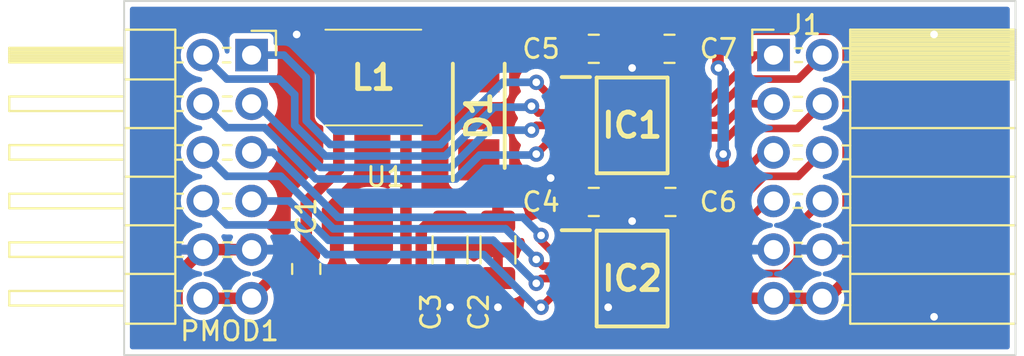
<source format=kicad_pcb>
(kicad_pcb (version 20211014) (generator pcbnew)
  (layers (0 "F.Cu" signal) (31 "B.Cu" signal) (34 "B.Paste" user) (35 "F.Paste" user) (36 "B.SilkS" user "B.Silkscreen") (37 "F.SilkS" user "F.Silkscreen") (38 "B.Mask" user) (39 "F.Mask" user) (44 "Edge.Cuts" user))
  (net 0 "")
  (net 1 "+3V3")
  (net 2 "GND")
  (net 3 "+5V")
  (net 4 "Net-(D1-Pad2)")
  (net 9 "/LV1")
  (net 10 "/LV2")
  (net 11 "/LV3")
  (net 12 "/LV4")
  (net 13 "/HV4")
  (net 14 "/HV3")
  (net 15 "/HV2")
  (net 16 "/HV1")
  (net 17 "/LV5")
  (net 18 "/LV6")
  (net 19 "/LV7")
  (net 20 "/LV8")
  (net 21 "/HV8")
  (net 22 "/HV7")
  (net 23 "/HV6")
  (net 24 "/HV5")
  (footprint "SamacSys_Parts:VLS5045EX330M" (layer "F.Cu") (at 143 90)
    (fp_text reference "L1" (at 0 0) (layer "F.SilkS") (effects (font (size 1.27 1.27) (thickness 0.254))))
    (fp_text value "VLS5045EX-330M" hide)
    (fp_line (start -2.5 2.5) (end 2.54 2.5) (layer "F.SilkS") (width 0.1))
    (fp_line (start -2.5 -2.5) (end 2.5 -2.5) (layer "F.SilkS") (width 0.1))
    (pad "1" smd rect locked (at -1.8 0) (size 1.5 4) (layers "F.Cu" "F.Paste" "F.Mask") (net 1 "+3V3"))
    (pad "2" smd rect locked (at 1.8 0) (size 1.5 4) (layers "F.Cu" "F.Paste" "F.Mask") (net 4 "Net-(D1-Pad2)"))
  )
  (footprint "Capacitor_SMD:C_0805_2012Metric" (layer "F.Cu") (at 154.5 96.5)
    (fp_text reference "C4" (at -2.75 0) (layer "F.SilkS"))
    (fp_text value "0.1u")
    (fp_line (start -0.261252 -0.735) (end 0.261252 -0.735) (layer "F.SilkS") (width 0.12))
    (fp_line (start -0.261252 0.735) (end 0.261252 0.735) (layer "F.SilkS") (width 0.12))
    (pad "1" smd roundrect (at -0.95 0) (size 1 1.45) (layers "F.Cu" "F.Paste" "F.Mask") (net 1 "+3V3"))
    (pad "2" smd roundrect (at 0.95 0) (size 1 1.45) (layers "F.Cu" "F.Paste" "F.Mask") (net 2 "GND"))
  )
  (footprint "Capacitor_SMD:C_0805_2012Metric" (layer "F.Cu") (at 139.5 100 -90)
    (fp_text reference "C1" (at -2.75 0 90) (layer "F.SilkS"))
    (fp_text value "1u")
    (fp_line (start -0.261252 -0.735) (end 0.261252 -0.735) (layer "F.SilkS") (width 0.12))
    (fp_line (start -0.261252 0.735) (end 0.261252 0.735) (layer "F.SilkS") (width 0.12))
    (pad "1" smd roundrect (at -0.95 0 270) (size 1 1.45) (layers "F.Cu" "F.Paste" "F.Mask") (net 1 "+3V3"))
    (pad "2" smd roundrect (at 0.95 0 270) (size 1 1.45) (layers "F.Cu" "F.Paste" "F.Mask") (net 2 "GND"))
  )
  (footprint "Capacitor_SMD:C_0805_2012Metric" (layer "F.Cu") (at 154.5 88.5)
    (fp_text reference "C5" (at -2.75 0) (layer "F.SilkS"))
    (fp_text value "0.1u")
    (fp_line (start -0.261252 0.735) (end 0.261252 0.735) (layer "F.SilkS") (width 0.12))
    (fp_line (start -0.261252 -0.735) (end 0.261252 -0.735) (layer "F.SilkS") (width 0.12))
    (pad "1" smd roundrect (at -0.95 0) (size 1 1.45) (layers "F.Cu" "F.Paste" "F.Mask") (net 1 "+3V3"))
    (pad "2" smd roundrect (at 0.95 0) (size 1 1.45) (layers "F.Cu" "F.Paste" "F.Mask") (net 2 "GND"))
  )
  (footprint "SamacSys_Parts:DIOM5427X315N" (layer "F.Cu") (at 148.5 92 90)
    (fp_text reference "D1" (at 0 0 90) (layer "F.SilkS") (effects (font (size 1.27 1.27) (thickness 0.254))))
    (fp_text value "SS24-TP" hide)
    (fp_line (start -2.725 1.352) (end 2.725 1.352) (layer "F.SilkS") (width 0.2))
    (fp_line (start 2.725 -1.352) (end -3.375 -1.352) (layer "F.SilkS") (width 0.2))
    (pad "1" smd rect locked (at -2.3 0 180) (size 2.15 2.15) (layers "F.Cu" "F.Paste" "F.Mask") (net 3 "+5V"))
    (pad "2" smd rect locked (at 2.3 0 180) (size 2.15 2.15) (layers "F.Cu" "F.Paste" "F.Mask") (net 4 "Net-(D1-Pad2)"))
  )
  (footprint "ME2108A:SOT89" (layer "F.Cu") (at 143 99)
    (fp_text reference "U1" (at 0.635 -3.81) (layer "F.SilkS"))
    (fp_text value "ME2108A")
    (pad "1" smd rect locked (at -1.499 1.981) (size 0.8 1.4) (layers "F.Cu" "F.Paste" "F.Mask") (net 2 "GND"))
    (pad "2" smd custom locked (at 0 1.727) (size 0.8 1.9) (layers "F.Cu") (net 3 "+5V") (options (clearance outline) (anchor rect)) (primitives (gr_poly (pts (xy 0.25 0.323) (xy -0.25 0.323) (xy -0.25 -0.977) (xy -0.283 -0.978) (xy -0.315 -0.98) (xy -0.348 -0.985) (xy -0.38 -0.991) (xy -0.412 -0.998) (xy -0.443 -1.008) (xy -0.474 -1.019) (xy -0.504 -1.031) (xy -0.534 -1.045) (xy -0.562 -1.061) (xy -0.59 -1.078) (xy -0.617 -1.096) (xy -0.643 -1.116) (xy -0.668 -1.138) (xy -0.692 -1.16) (xy -0.714 -1.184) (xy -0.736 -1.209) (xy -0.756 -1.235) (xy -0.774 -1.262) (xy -0.791 -1.29) (xy -0.807 -1.318) (xy -0.821 -1.348) (xy -0.833 -1.378) (xy -0.844 -1.409) (xy -0.854 -1.44) (xy -0.861 -1.472) (xy -0.867 -1.504) (xy -0.872 -1.537) (xy -0.874 -1.569) (xy -0.875 -1.602) (xy -0.875 -3.777) (xy -0.872 -3.814) (xy -0.867 -3.846) (xy -0.86 -3.878) (xy -0.852 -3.909) (xy -0.843 -3.939) (xy -0.831 -3.969) (xy -0.819 -3.999) (xy -0.804 -4.028) (xy -0.788 -4.056) (xy -0.771 -4.083) (xy -0.753 -4.109) (xy -0.733 -4.134) (xy -0.711 -4.158) (xy -0.689 -4.181) (xy -0.665 -4.203) (xy -0.64 -4.223) (xy -0.614 -4.242) (xy -0.588 -4.26) (xy -0.56 -4.276) (xy -0.532 -4.291) (xy -0.502 -4.304) (xy -0.472 -4.316) (xy -0.442 -4.326) (xy -0.411 -4.335) (xy -0.38 -4.342) (xy -0.348 -4.347) (xy -0.316 -4.351) (xy -0.284 -4.353) (xy -0.252 -4.353) (xy -0.225 -4.352) (xy 0.25 -4.352) (xy 0.284 -4.352) (xy 0.316 -4.35) (xy 0.348 -4.346) (xy 0.379 -4.341) (xy 0.411 -4.334) (xy 0.442 -4.325) (xy 0.472 -4.315) (xy 0.502 -4.303) (xy 0.531 -4.29) (xy 0.56 -4.275) (xy 0.587 -4.259) (xy 0.614 -4.241) (xy 0.64 -4.222) (xy 0.664 -4.202) (xy 0.688 -4.18) (xy 0.711 -4.157) (xy 0.732 -4.133) (xy 0.752 -4.108) (xy 0.77 -4.082) (xy 0.788 -4.055) (xy 0.803 -4.027) (xy 0.818 -3.998) (xy 0.831 -3.969) (xy 0.842 -3.939) (xy 0.851 -3.908) (xy 0.859 -3.877) (xy 0.866 -3.846) (xy 0.871 -3.814) (xy 0.874 -3.782) (xy 0.875 -3.752) (xy 0.875 -1.602) (xy 0.874 -1.569) (xy 0.872 -1.537) (xy 0.867 -1.504) (xy 0.861 -1.472) (xy 0.854 -1.44) (xy 0.844 -1.409) (xy 0.833 -1.378) (xy 0.821 -1.348) (xy 0.807 -1.318) (xy 0.791 -1.29) (xy 0.774 -1.262) (xy 0.756 -1.235) (xy 0.736 -1.209) (xy 0.714 -1.184) (xy 0.692 -1.16) (xy 0.668 -1.138) (xy 0.643 -1.116) (xy 0.617 -1.096) (xy 0.59 -1.078) (xy 0.563 -1.061) (xy 0.534 -1.045) (xy 0.504 -1.031) (xy 0.474 -1.019) (xy 0.443 -1.008) (xy 0.412 -0.998) (xy 0.38 -0.991) (xy 0.348 -0.985) (xy 0.315 -0.98) (xy 0.283 -0.978) (xy 0.25 -0.977) (xy 0.25 0.323)) (width 0.3) (fill yes))))
    (pad "3" smd rect locked (at 1.499 1.981) (size 0.8 1.4) (layers "F.Cu" "F.Paste" "F.Mask") (net 4 "Net-(D1-Pad2)"))
  )
  (footprint "Capacitor_SMD:C_0805_2012Metric" (layer "F.Cu") (at 158.5 96.5 180)
    (fp_text reference "C6" (at -2.5 0) (layer "F.SilkS"))
    (fp_text value "0.1u")
    (fp_line (start -0.261252 0.735) (end 0.261252 0.735) (layer "F.SilkS") (width 0.12))
    (fp_line (start -0.261252 -0.735) (end 0.261252 -0.735) (layer "F.SilkS") (width 0.12))
    (pad "1" smd roundrect (at -0.95 0 180) (size 1 1.45) (layers "F.Cu" "F.Paste" "F.Mask") (net 3 "+5V"))
    (pad "2" smd roundrect (at 0.95 0 180) (size 1 1.45) (layers "F.Cu" "F.Paste" "F.Mask") (net 2 "GND"))
  )
  (footprint "Capacitor_SMD:C_1206_3216Metric" (layer "F.Cu") (at 147 99 -90)
    (fp_text reference "C3" (at 3.25 1 90) (layer "F.SilkS"))
    (fp_text value "47u")
    (fp_line (start -0.711252 0.91) (end 0.711252 0.91) (layer "F.SilkS") (width 0.12))
    (fp_line (start -0.711252 -0.91) (end 0.711252 -0.91) (layer "F.SilkS") (width 0.12))
    (pad "1" smd roundrect (at -1.475 0 270) (size 1.15 1.8) (layers "F.Cu" "F.Paste" "F.Mask") (roundrect_rratio 0.2173913043) (net 3 "+5V"))
    (pad "2" smd roundrect (at 1.475 0 270) (size 1.15 1.8) (layers "F.Cu" "F.Paste" "F.Mask") (roundrect_rratio 0.2173913043) (net 2 "GND"))
  )
  (footprint "pmod-conn_6x2:pmod_6x2_pin" (layer "F.Cu") (at 136.65 88.83)
    (fp_text reference "PMOD1" (at -1.15 14.42 unlocked) (layer "F.SilkS"))
    (fp_text value "PMOD-Device-x2-Type-1A-GPIO" hide)
    (fp_line (start -3.98 3.81) (end -6.64 3.81) (layer "F.SilkS") (width 0.12))
    (fp_line (start -3.582929 7.24) (end -3.98 7.24) (layer "F.SilkS") (width 0.12))
    (fp_line (start -1.042929 8) (end -1.497071 8) (layer "F.SilkS") (width 0.12))
    (fp_line (start -3.98 6.35) (end -6.64 6.35) (layer "F.SilkS") (width 0.12))
    (fp_line (start -3.98 1.27) (end -6.64 1.27) (layer "F.SilkS") (width 0.12))
    (fp_line (start -3.582929 4.7) (end -3.98 4.7) (layer "F.SilkS") (width 0.12))
    (fp_line (start -6.64 12.32) (end -12.64 12.32) (layer "F.SilkS") (width 0.12))
    (fp_line (start -3.98 -1.33) (end -3.98 14.03) (layer "F.SilkS") (width 0.12))
    (fp_line (start -1.11 0.38) (end -1.497071 0.38) (layer "F.SilkS") (width 0.12))
    (fp_line (start -1.11 -0.38) (end -1.497071 -0.38) (layer "F.SilkS") (width 0.12))
    (fp_line (start -1.042929 13.08) (end -1.497071 13.08) (layer "F.SilkS") (width 0.12))
    (fp_line (start -3.98 14.03) (end -6.64 14.03) (layer "F.SilkS") (width 0.12))
    (fp_line (start -6.64 -1.33) (end -3.98 -1.33) (layer "F.SilkS") (width 0.12))
    (fp_line (start -6.64 0.28) (end -12.64 0.28) (layer "F.SilkS") (width 0.12))
    (fp_line (start -12.64 0.38) (end -6.64 0.38) (layer "F.SilkS") (width 0.12))
    (fp_line (start -3.582929 5.46) (end -3.98 5.46) (layer "F.SilkS") (width 0.12))
    (fp_line (start -1.042929 5.46) (end -1.497071 5.46) (layer "F.SilkS") (width 0.12))
    (fp_line (start 1.27 0) (end 1.27 -1.27) (layer "F.SilkS") (width 0.12))
    (fp_line (start -12.64 13.08) (end -6.64 13.08) (layer "F.SilkS") (width 0.12))
    (fp_line (start -1.042929 4.7) (end -1.497071 4.7) (layer "F.SilkS") (width 0.12))
    (fp_line (start -3.98 11.43) (end -6.64 11.43) (layer "F.SilkS") (width 0.12))
    (fp_line (start -6.64 14.03) (end -6.64 -1.33) (layer "F.SilkS") (width 0.12))
    (fp_line (start -6.64 -0.32) (end -12.64 -0.32) (layer "F.SilkS") (width 0.12))
    (fp_line (start -12.64 4.7) (end -12.64 5.46) (layer "F.SilkS") (width 0.12))
    (fp_line (start -6.64 -0.2) (end -12.64 -0.2) (layer "F.SilkS") (width 0.12))
    (fp_line (start -3.582929 12.32) (end -3.98 12.32) (layer "F.SilkS") (width 0.12))
    (fp_line (start -1.042929 2.16) (end -1.497071 2.16) (layer "F.SilkS") (width 0.12))
    (fp_line (start -6.64 4.7) (end -12.64 4.7) (layer "F.SilkS") (width 0.12))
    (fp_line (start -6.64 0.04) (end -12.64 0.04) (layer "F.SilkS") (width 0.12))
    (fp_line (start -12.64 8) (end -6.64 8) (layer "F.SilkS") (width 0.12))
    (fp_line (start -12.64 10.54) (end -6.64 10.54) (layer "F.SilkS") (width 0.12))
    (fp_line (start -3.582929 8) (end -3.98 8) (layer "F.SilkS") (width 0.12))
    (fp_line (start -1.042929 10.54) (end -1.497071 10.54) (layer "F.SilkS") (width 0.12))
    (fp_line (start 1.27 -1.27) (end 0 -1.27) (layer "F.SilkS") (width 0.12))
    (fp_line (start -1.042929 7.24) (end -1.497071 7.24) (layer "F.SilkS") (width 0.12))
    (fp_line (start -3.582929 2.16) (end -3.98 2.16) (layer "F.SilkS") (width 0.12))
    (fp_line (start -12.64 2.16) (end -12.64 2.92) (layer "F.SilkS") (width 0.12))
    (fp_line (start -12.64 5.46) (end -6.64 5.46) (layer "F.SilkS") (width 0.12))
    (fp_line (start -12.64 -0.38) (end -12.64 0.38) (layer "F.SilkS") (width 0.12))
    (fp_line (start -6.64 2.16) (end -12.64 2.16) (layer "F.SilkS") (width 0.12))
    (fp_line (start -3.582929 13.08) (end -3.98 13.08) (layer "F.SilkS") (width 0.12))
    (fp_line (start -3.582929 9.78) (end -3.98 9.78) (layer "F.SilkS") (width 0.12))
    (fp_line (start -1.042929 9.78) (end -1.497071 9.78) (layer "F.SilkS") (width 0.12))
    (fp_line (start -1.042929 2.92) (end -1.497071 2.92) (layer "F.SilkS") (width 0.12))
    (fp_line (start -6.64 0.16) (end -12.64 0.16) (layer "F.SilkS") (width 0.12))
    (fp_line (start -3.98 8.89) (end -6.64 8.89) (layer "F.SilkS") (width 0.12))
    (fp_line (start -6.64 -0.38) (end -12.64 -0.38) (layer "F.SilkS") (width 0.12))
    (fp_line (start -3.582929 10.54) (end -3.98 10.54) (layer "F.SilkS") (width 0.12))
    (fp_line (start -3.582929 2.92) (end -3.98 2.92) (layer "F.SilkS") (width 0.12))
    (fp_line (start -12.64 2.92) (end -6.64 2.92) (layer "F.SilkS") (width 0.12))
    (fp_line (start -12.64 12.32) (end -12.64 13.08) (layer "F.SilkS") (width 0.12))
    (fp_line (start -12.64 9.78) (end -12.64 10.54) (layer "F.SilkS") (width 0.12))
    (fp_line (start -3.582929 0.38) (end -3.98 0.38) (layer "F.SilkS") (width 0.12))
    (fp_line (start -1.042929 12.32) (end -1.497071 12.32) (layer "F.SilkS") (width 0.12))
    (fp_line (start -12.64 7.24) (end -12.64 8) (layer "F.SilkS") (width 0.12))
    (fp_line (start -6.64 7.24) (end -12.64 7.24) (layer "F.SilkS") (width 0.12))
    (fp_line (start -6.64 9.78) (end -12.64 9.78) (layer "F.SilkS") (width 0.12))
    (fp_line (start -6.64 -0.08) (end -12.64 -0.08) (layer "F.SilkS") (width 0.12))
    (fp_line (start -3.582929 -0.38) (end -3.98 -0.38) (layer "F.SilkS") (width 0.12))
    (pad "1" thru_hole rect (at 0 0) (size 1.7 1.7) (drill 1) (layers *.Cu *.Mask) (net 9 "/LV1"))
    (pad "2" thru_hole oval (at 0 2.54) (size 1.7 1.7) (drill 1) (layers *.Cu *.Mask) (net 11 "/LV3"))
    (pad "3" thru_hole oval (at 0 5.08) (size 1.7 1.7) (drill 1) (layers *.Cu *.Mask) (net 17 "/LV5"))
    (pad "4" thru_hole oval (at 0 7.62) (size 1.7 1.7) (drill 1) (layers *.Cu *.Mask) (net 19 "/LV7"))
    (pad "5" thru_hole oval (at 0 10.16) (size 1.7 1.7) (drill 1) (layers *.Cu *.Mask) (net 2 "GND"))
    (pad "6" thru_hole oval (at 0 12.7) (size 1.7 1.7) (drill 1) (layers *.Cu *.Mask) (net 1 "+3V3"))
    (pad "7" thru_hole oval (at -2.54 0) (size 1.7 1.7) (drill 1) (layers *.Cu *.Mask) (net 10 "/LV2"))
    (pad "8" thru_hole oval (at -2.54 2.54) (size 1.7 1.7) (drill 1) (layers *.Cu *.Mask) (net 12 "/LV4"))
    (pad "9" thru_hole oval (at -2.54 5.08) (size 1.7 1.7) (drill 1) (layers *.Cu *.Mask) (net 18 "/LV6"))
    (pad "10" thru_hole oval (at -2.54 7.62) (size 1.7 1.7) (drill 1) (layers *.Cu *.Mask) (net 20 "/LV8"))
    (pad "11" thru_hole oval (at -2.54 10.16) (size 1.7 1.7) (drill 1) (layers *.Cu *.Mask) (net 2 "GND"))
    (pad "12" thru_hole oval (at -2.54 12.7) (size 1.7 1.7) (drill 1) (layers *.Cu *.Mask) (net 1 "+3V3"))
  )
  (footprint "SamacSys_Parts:SOP65P640X110-14N" (layer "F.Cu") (at 156.5 92.5)
    (fp_text reference "IC1" (at 0 0) (layer "F.SilkS") (effects (font (size 1.27 1.27) (thickness 0.254))))
    (fp_text value "NXS0104PWJ" hide)
    (fp_line (start 1.85 2.5) (end -1.85 2.5) (layer "F.SilkS") (width 0.2))
    (fp_line (start -3.675 -2.525) (end -2.2 -2.525) (layer "F.SilkS") (width 0.2))
    (fp_line (start -1.85 -2.5) (end 1.85 -2.5) (layer "F.SilkS") (width 0.2))
    (fp_line (start 1.85 -2.5) (end 1.85 2.5) (layer "F.SilkS") (width 0.2))
    (fp_line (start -1.85 2.5) (end -1.85 -2.5) (layer "F.SilkS") (width 0.2))
    (pad "1" smd rect locked (at -2.938 -1.95 90) (size 0.45 1.475) (layers "F.Cu" "F.Paste" "F.Mask") (net 1 "+3V3"))
    (pad "2" smd rect locked (at -2.938 -1.3 90) (size 0.45 1.475) (layers "F.Cu" "F.Paste" "F.Mask") (net 9 "/LV1"))
    (pad "3" smd rect locked (at -2.938 -0.65 90) (size 0.45 1.475) (layers "F.Cu" "F.Paste" "F.Mask") (net 10 "/LV2"))
    (pad "4" smd rect locked (at -2.938 0 90) (size 0.45 1.475) (layers "F.Cu" "F.Paste" "F.Mask") (net 11 "/LV3"))
    (pad "5" smd rect locked (at -2.938 0.65 90) (size 0.45 1.475) (layers "F.Cu" "F.Paste" "F.Mask") (net 12 "/LV4"))
    (pad "6" smd rect locked (at -2.938 1.3 90) (size 0.45 1.475) (layers "F.Cu" "F.Paste" "F.Mask"))
    (pad "7" smd rect locked (at -2.938 1.95 90) (size 0.45 1.475) (layers "F.Cu" "F.Paste" "F.Mask") (net 2 "GND"))
    (pad "8" smd rect locked (at 2.938 1.95 90) (size 0.45 1.475) (layers "F.Cu" "F.Paste" "F.Mask") (net 1 "+3V3"))
    (pad "9" smd rect locked (at 2.938 1.3 90) (size 0.45 1.475) (layers "F.Cu" "F.Paste" "F.Mask"))
    (pad "10" smd rect locked (at 2.938 0.65 90) (size 0.45 1.475) (layers "F.Cu" "F.Paste" "F.Mask") (net 13 "/HV4"))
    (pad "11" smd rect locked (at 2.938 0 90) (size 0.45 1.475) (layers "F.Cu" "F.Paste" "F.Mask") (net 14 "/HV3"))
    (pad "12" smd rect locked (at 2.938 -0.65 90) (size 0.45 1.475) (layers "F.Cu" "F.Paste" "F.Mask") (net 15 "/HV2"))
    (pad "13" smd rect locked (at 2.938 -1.3 90) (size 0.45 1.475) (layers "F.Cu" "F.Paste" "F.Mask") (net 16 "/HV1"))
    (pad "14" smd rect locked (at 2.938 -1.95 90) (size 0.45 1.475) (layers "F.Cu" "F.Paste" "F.Mask") (net 3 "+5V"))
  )
  (footprint "pmod-conn_6x2:pmod_6x2_socket" (layer "F.Cu") (at 163.875 88.83)
    (fp_text reference "J1" (at 1.625 -1.58 unlocked) (layer "F.SilkS"))
    (fp_text value "PMOD_6x2_socket" hide)
    (fp_line (start 1.49 -0.36) (end 1.11 -0.36) (layer "F.SilkS") (width 0.12))
    (fp_line (start 1.49 12.34) (end 1.05 12.34) (layer "F.SilkS") (width 0.12))
    (fp_line (start 12.63 8.89) (end 4 8.89) (layer "F.SilkS") (width 0.12))
    (fp_line (start 12.63 0.797615) (end 4 0.797615) (layer "F.SilkS") (width 0.12))
    (fp_line (start 4 10.52) (end 3.59 10.52) (layer "F.SilkS") (width 0.12))
    (fp_line (start 12.63 -0.147145) (end 4 -0.147145) (layer "F.SilkS") (width 0.12))
    (fp_line (start 4 2.18) (end 3.59 2.18) (layer "F.SilkS") (width 0.12))
    (fp_line (start 4 5.44) (end 3.59 5.44) (layer "F.SilkS") (width 0.12))
    (fp_line (start 4 12.34) (end 3.59 12.34) (layer "F.SilkS") (width 0.12))
    (fp_line (start 12.63 -0.26524) (end 4 -0.26524) (layer "F.SilkS") (width 0.12))
    (fp_line (start 12.63 -0.50143) (end 4 -0.50143) (layer "F.SilkS") (width 0.12))
    (fp_line (start 12.63 1.1519) (end 4 1.1519) (layer "F.SilkS") (width 0.12))
    (fp_line (start 0 -1.33) (end -1.11 -1.33) (layer "F.SilkS") (width 0.12))
    (fp_line (start 12.63 0.44333) (end 4 0.44333) (layer "F.SilkS") (width 0.12))
    (fp_line (start 12.63 -0.02905) (end 4 -0.02905) (layer "F.SilkS") (width 0.12))
    (fp_line (start 4 9.8) (end 3.59 9.8) (layer "F.SilkS") (width 0.12))
    (fp_line (start -1.11 -1.33) (end -1.11 0) (layer "F.SilkS") (width 0.12))
    (fp_line (start 4 7.26) (end 3.59 7.26) (layer "F.SilkS") (width 0.12))
    (fp_line (start 4 13.06) (end 3.59 13.06) (layer "F.SilkS") (width 0.12))
    (fp_line (start 12.63 0.67952) (end 4 0.67952) (layer "F.SilkS") (width 0.12))
    (fp_line (start 12.63 0.91571) (end 4 0.91571) (layer "F.SilkS") (width 0.12))
    (fp_line (start 12.63 -0.97381) (end 4 -0.97381) (layer "F.SilkS") (width 0.12))
    (fp_line (start 1.49 7.98) (end 1.05 7.98) (layer "F.SilkS") (width 0.12))
    (fp_line (start 1.49 9.8) (end 1.05 9.8) (layer "F.SilkS") (width 0.12))
    (fp_line (start 12.63 -0.619525) (end 4 -0.619525) (layer "F.SilkS") (width 0.12))
    (fp_line (start 1.49 7.26) (end 1.05 7.26) (layer "F.SilkS") (width 0.12))
    (fp_line (start 4 7.98) (end 3.59 7.98) (layer "F.SilkS") (width 0.12))
    (fp_line (start 1.49 4.72) (end 1.05 4.72) (layer "F.SilkS") (width 0.12))
    (fp_line (start 12.63 -1.33) (end 4 -1.33) (layer "F.SilkS") (width 0.12))
    (fp_line (start 1.49 2.9) (end 1.05 2.9) (layer "F.SilkS") (width 0.12))
    (fp_line (start 12.63 -0.383335) (end 4 -0.383335) (layer "F.SilkS") (width 0.12))
    (fp_line (start 12.63 0.20714) (end 4 0.20714) (layer "F.SilkS") (width 0.12))
    (fp_line (start 12.63 0.089045) (end 4 0.089045) (layer "F.SilkS") (width 0.12))
    (fp_line (start 12.63 0.325235) (end 4 0.325235) (layer "F.SilkS") (width 0.12))
    (fp_line (start 4 4.72) (end 3.59 4.72) (layer "F.SilkS") (width 0.12))
    (fp_line (start 12.63 11.43) (end 4 11.43) (layer "F.SilkS") (width 0.12))
    (fp_line (start 1.49 2.18) (end 1.05 2.18) (layer "F.SilkS") (width 0.12))
    (fp_line (start 4 -1.33) (end 4 14.03) (layer "F.SilkS") (width 0.12))
    (fp_line (start 12.63 -0.855715) (end 4 -0.855715) (layer "F.SilkS") (width 0.12))
    (fp_line (start 12.63 3.81) (end 4 3.81) (layer "F.SilkS") (width 0.12))
    (fp_line (start 1.49 0.36) (end 1.11 0.36) (layer "F.SilkS") (width 0.12))
    (fp_line (start 12.63 1.27) (end 4 1.27) (layer "F.SilkS") (width 0.12))
    (fp_line (start 4 -0.36) (end 3.59 -0.36) (layer "F.SilkS") (width 0.12))
    (fp_line (start 12.63 -1.21) (end 4 -1.21) (layer "F.SilkS") (width 0.12))
    (fp_line (start 12.63 0.561425) (end 4 0.561425) (layer "F.SilkS") (width 0.12))
    (fp_line (start 1.49 5.44) (end 1.05 5.44) (layer "F.SilkS") (width 0.12))
    (fp_line (start 12.63 6.35) (end 4 6.35) (layer "F.SilkS") (width 0.12))
    (fp_line (start 12.63 -1.33) (end 12.63 14.03) (layer "F.SilkS") (width 0.12))
    (fp_line (start 4 2.9) (end 3.59 2.9) (layer "F.SilkS") (width 0.12))
    (fp_line (start 12.63 1.033805) (end 4 1.033805) (layer "F.SilkS") (width 0.12))
    (fp_line (start 1.49 10.52) (end 1.05 10.52) (layer "F.SilkS") (width 0.12))
    (fp_line (start 4 0.36) (end 3.59 0.36) (layer "F.SilkS") (width 0.12))
    (fp_line (start 1.49 13.06) (end 1.05 13.06) (layer "F.SilkS") (width 0.12))
    (fp_line (start 12.63 -0.73762) (end 4 -0.73762) (layer "F.SilkS") (width 0.12))
    (fp_line (start 12.63 -1.091905) (end 4 -1.091905) (layer "F.SilkS") (width 0.12))
    (fp_line (start 12.63 14.03) (end 4 14.03) (layer "F.SilkS") (width 0.12))
    (pad "1" thru_hole rect (at 0 0) (size 1.7 1.7) (drill 1) (layers *.Cu *.Mask) (net 16 "/HV1"))
    (pad "2" thru_hole oval (at 0 2.54) (size 1.7 1.7) (drill 1) (layers *.Cu *.Mask) (net 14 "/HV3"))
    (pad "3" thru_hole oval (at 0 5.08) (size 1.7 1.7) (drill 1) (layers *.Cu *.Mask) (net 24 "/HV5"))
    (pad "4" thru_hole oval (at 0 7.62) (size 1.7 1.7) (drill 1) (layers *.Cu *.Mask) (net 22 "/HV7"))
    (pad "5" thru_hole oval (at 0 10.16) (size 1.7 1.7) (drill 1) (layers *.Cu *.Mask) (net 2 "GND"))
    (pad "6" thru_hole oval (at 0 12.7) (size 1.7 1.7) (drill 1) (layers *.Cu *.Mask) (net 3 "+5V"))
    (pad "7" thru_hole oval (at 2.54 0) (size 1.7 1.7) (drill 1) (layers *.Cu *.Mask) (net 15 "/HV2"))
    (pad "8" thru_hole oval (at 2.54 2.54) (size 1.7 1.7) (drill 1) (layers *.Cu *.Mask) (net 13 "/HV4"))
    (pad "9" thru_hole oval (at 2.54 5.08) (size 1.7 1.7) (drill 1) (layers *.Cu *.Mask) (net 23 "/HV6"))
    (pad "10" thru_hole oval (at 2.54 7.62) (size 1.7 1.7) (drill 1) (layers *.Cu *.Mask) (net 21 "/HV8"))
    (pad "11" thru_hole oval (at 2.54 10.16) (size 1.7 1.7) (drill 1) (layers *.Cu *.Mask) (net 2 "GND"))
    (pad "12" thru_hole oval (at 2.54 12.7) (size 1.7 1.7) (drill 1) (layers *.Cu *.Mask) (net 3 "+5V"))
  )
  (footprint "SamacSys_Parts:SOP65P640X110-14N" (layer "F.Cu") (at 156.5 100.5)
    (fp_text reference "IC2" (at 0 0) (layer "F.SilkS") (effects (font (size 1.27 1.27) (thickness 0.254))))
    (fp_text value "NXS0104PWJ" hide)
    (fp_line (start -1.85 -2.5) (end 1.85 -2.5) (layer "F.SilkS") (width 0.2))
    (fp_line (start -3.675 -2.525) (end -2.2 -2.525) (layer "F.SilkS") (width 0.2))
    (fp_line (start 1.85 -2.5) (end 1.85 2.5) (layer "F.SilkS") (width 0.2))
    (fp_line (start 1.85 2.5) (end -1.85 2.5) (layer "F.SilkS") (width 0.2))
    (fp_line (start -1.85 2.5) (end -1.85 -2.5) (layer "F.SilkS") (width 0.2))
    (pad "1" smd rect locked (at -2.938 -1.95 90) (size 0.45 1.475) (layers "F.Cu" "F.Paste" "F.Mask") (net 1 "+3V3"))
    (pad "2" smd rect locked (at -2.938 -1.3 90) (size 0.45 1.475) (layers "F.Cu" "F.Paste" "F.Mask") (net 17 "/LV5"))
    (pad "3" smd rect locked (at -2.938 -0.65 90) (size 0.45 1.475) (layers "F.Cu" "F.Paste" "F.Mask") (net 18 "/LV6"))
    (pad "4" smd rect locked (at -2.938 0 90) (size 0.45 1.475) (layers "F.Cu" "F.Paste" "F.Mask") (net 19 "/LV7"))
    (pad "5" smd rect locked (at -2.938 0.65 90) (size 0.45 1.475) (layers "F.Cu" "F.Paste" "F.Mask") (net 20 "/LV8"))
    (pad "6" smd rect locked (at -2.938 1.3 90) (size 0.45 1.475) (layers "F.Cu" "F.Paste" "F.Mask"))
    (pad "7" smd rect locked (at -2.938 1.95 90) (size 0.45 1.475) (layers "F.Cu" "F.Paste" "F.Mask") (net 2 "GND"))
    (pad "8" smd rect locked (at 2.938 1.95 90) (size 0.45 1.475) (layers "F.Cu" "F.Paste" "F.Mask") (net 1 "+3V3"))
    (pad "9" smd rect locked (at 2.938 1.3 90) (size 0.45 1.475) (layers "F.Cu" "F.Paste" "F.Mask"))
    (pad "10" smd rect locked (at 2.938 0.65 90) (size 0.45 1.475) (layers "F.Cu" "F.Paste" "F.Mask") (net 21 "/HV8"))
    (pad "11" smd rect locked (at 2.938 0 90) (size 0.45 1.475) (layers "F.Cu" "F.Paste" "F.Mask") (net 22 "/HV7"))
    (pad "12" smd rect locked (at 2.938 -0.65 90) (size 0.45 1.475) (layers "F.Cu" "F.Paste" "F.Mask") (net 23 "/HV6"))
    (pad "13" smd rect locked (at 2.938 -1.3 90) (size 0.45 1.475) (layers "F.Cu" "F.Paste" "F.Mask") (net 24 "/HV5"))
    (pad "14" smd rect locked (at 2.938 -1.95 90) (size 0.45 1.475) (layers "F.Cu" "F.Paste" "F.Mask") (net 3 "+5V"))
  )
  (footprint "Capacitor_SMD:C_0805_2012Metric" (layer "F.Cu") (at 158.45 88.5 180)
    (fp_text reference "C7" (at -2.55 0) (layer "F.SilkS"))
    (fp_text value "0.1u")
    (fp_line (start -0.261252 -0.735) (end 0.261252 -0.735) (layer "F.SilkS") (width 0.12))
    (fp_line (start -0.261252 0.735) (end 0.261252 0.735) (layer "F.SilkS") (width 0.12))
    (pad "1" smd roundrect (at -0.95 0 180) (size 1 1.45) (layers "F.Cu" "F.Paste" "F.Mask") (net 3 "+5V"))
    (pad "2" smd roundrect (at 0.95 0 180) (size 1 1.45) (layers "F.Cu" "F.Paste" "F.Mask") (net 2 "GND"))
  )
  (footprint "Capacitor_SMD:C_1206_3216Metric" (layer "F.Cu") (at 149.5 99 -90)
    (fp_text reference "C2" (at 3.25 1 90) (layer "F.SilkS"))
    (fp_text value "47u")
    (fp_line (start -0.711252 0.91) (end 0.711252 0.91) (layer "F.SilkS") (width 0.12))
    (fp_line (start -0.711252 -0.91) (end 0.711252 -0.91) (layer "F.SilkS") (width 0.12))
    (pad "1" smd roundrect (at -1.475 0 270) (size 1.15 1.8) (layers "F.Cu" "F.Paste" "F.Mask") (roundrect_rratio 0.2173913043) (net 3 "+5V"))
    (pad "2" smd roundrect (at 1.475 0 270) (size 1.15 1.8) (layers "F.Cu" "F.Paste" "F.Mask") (roundrect_rratio 0.2173913043) (net 2 "GND"))
  )
  (gr_rect (start 130 86) (end 176.5 104.5) (layer "Edge.Cuts") (width 0.1) (fill none))
  (segment (start 141.2 90) (end 141.2 88.05) (width 0.6) (layer "F.Cu") (net 1))
  (segment (start 155 91) (end 155 94.773522) (width 0.4) (layer "F.Cu") (net 1))
  (segment (start 139.5 96.5) (end 139.5 99.05) (width 0.6) (layer "F.Cu") (net 1))
  (segment (start 153.562 88.512) (end 153.55 88.5) (width 0.4) (layer "F.Cu") (net 1))
  (segment (start 153.55 98.538) (end 153.562 98.55) (width 0.4) (layer "F.Cu") (net 1))
  (segment (start 152.05 87) (end 153.55 88.5) (width 0.6) (layer "F.Cu") (net 1))
  (segment (start 155 94.773522) (end 153.55 96.223522) (width 0.4) (layer "F.Cu") (net 1))
  (segment (start 139.13 99.05) (end 136.65 101.53) (width 0.6) (layer "F.Cu") (net 1))
  (segment (start 154.55 90.55) (end 155 91) (width 0.4) (layer "F.Cu") (net 1))
  (segment (start 153.55 96.5) (end 153.55 98.538) (width 0.4) (layer "F.Cu") (net 1))
  (segment (start 134.11 101.53) (end 136.65 101.53) (width 0.6) (layer "F.Cu") (net 1))
  (segment (start 157.95 102.45) (end 159.438 102.45) (width 0.4) (layer "F.Cu") (net 1))
  (segment (start 157 99.25) (end 157 101.5) (width 0.4) (layer "F.Cu") (net 1))
  (segment (start 153.562 98.55) (end 156.3 98.55) (width 0.4) (layer "F.Cu") (net 1))
  (segment (start 153.55 96.223522) (end 153.55 96.5) (width 0.4) (layer "F.Cu") (net 1))
  (segment (start 155.323522 94.45) (end 155 94.773522) (width 0.4) (layer "F.Cu") (net 1))
  (segment (start 141.2 90) (end 141.2 94.8) (width 0.6) (layer "F.Cu") (net 1))
  (segment (start 156.3 98.55) (end 157 99.25) (width 0.4) (layer "F.Cu") (net 1))
  (segment (start 153.562 90.55) (end 153.562 88.512) (width 0.4) (layer "F.Cu") (net 1))
  (segment (start 159.438 94.45) (end 155.323522 94.45) (width 0.4) (layer "F.Cu") (net 1))
  (segment (start 142.25 87) (end 152.05 87) (width 0.6) (layer "F.Cu") (net 1))
  (segment (start 139.5 99.05) (end 139.13 99.05) (width 0.6) (layer "F.Cu") (net 1))
  (segment (start 157 101.5) (end 157.95 102.45) (width 0.4) (layer "F.Cu") (net 1))
  (segment (start 153.562 90.55) (end 154.55 90.55) (width 0.4) (layer "F.Cu") (net 1))
  (segment (start 141.2 88.05) (end 142.25 87) (width 0.6) (layer "F.Cu") (net 1))
  (segment (start 141.2 94.8) (end 139.5 96.5) (width 0.6) (layer "F.Cu") (net 1))
  (segment (start 153.562 94.45) (end 153.05 94.45) (width 0.4) (layer "F.Cu") (net 2))
  (segment (start 153.05 94.45) (end 152.25 95.25) (width 0.4) (layer "F.Cu") (net 2))
  (segment (start 156.5 97.5) (end 156.55 97.5) (width 0.4) (layer "F.Cu") (net 2))
  (segment (start 155.25 102) (end 154.8 102.45) (width 0.4) (layer "F.Cu") (net 2))
  (segment (start 139.5 103) (end 139.20048 103.29952) (width 0.6) (layer "F.Cu") (net 2))
  (segment (start 133.79952 103.29952) (end 139.20048 103.29952) (width 0.6) (layer "F.Cu") (net 2))
  (segment (start 141.501 100.981) (end 141.501 102.59704) (width 0.6) (layer "F.Cu") (net 2))
  (segment (start 156.55 97.5) (end 157.55 96.5) (width 0.4) (layer "F.Cu") (net 2))
  (segment (start 149.5 100.475) (end 149.5 102) (width 0.6) (layer "F.Cu") (net 2))
  (segment (start 157.5 88.5) (end 156.5 89.5) (width 0.4) (layer "F.Cu") (net 2))
  (segment (start 132.760489 102.260489) (end 133.79952 103.29952) (width 0.6) (layer "F.Cu") (net 2))
  (segment (start 155.5 88.5) (end 156.5 89.5) (width 0.4) (layer "F.Cu") (net 2))
  (segment (start 132.760489 100.339511) (end 132.760489 102.260489) (width 0.6) (layer "F.Cu") (net 2))
  (segment (start 156.5 97.5) (end 156.45 97.5) (width 0.4) (layer "F.Cu") (net 2))
  (segment (start 156.45 97.5) (end 155.45 96.5) (width 0.4) (layer "F.Cu") (net 2))
  (segment (start 140.79852 103.29952) (end 139.20048 103.29952) (width 0.6) (layer "F.Cu") (net 2))
  (segment (start 155.45 88.5) (end 155.5 88.5) (width 0.4) (layer "F.Cu") (net 2))
  (segment (start 134.11 98.99) (end 132.760489 100.339511) (width 0.6) (layer "F.Cu") (net 2))
  (segment (start 147 100.475) (end 147 102) (width 0.6) (layer "F.Cu") (net 2))
  (segment (start 141.501 102.59704) (end 140.79852 103.29952) (width 0.6) (layer "F.Cu") (net 2))
  (segment (start 136.65 98.99) (end 134.11 98.99) (width 0.6) (layer "F.Cu") (net 2))
  (segment (start 154.8 102.45) (end 153.562 102.45) (width 0.4) (layer "F.Cu") (net 2))
  (segment (start 139.5 100.95) (end 139.5 103) (width 0.6) (layer "F.Cu") (net 2))
  (segment (start 149.5 100.475) (end 147 100.475) (width 0.6) (layer "F.Cu") (net 2))
  (via (at 155.25 102) (size 0.8) (drill 0.4) (layers "F.Cu" "B.Cu") (net 2))
  (via (at 172.25 87.75) (size 0.8) (drill 0.4) (layers "F.Cu" "B.Cu") (net 2))
  (via (at 156.5 97.5) (size 0.8) (drill 0.4) (layers "F.Cu" "B.Cu") (net 2))
  (via (at 149.5 102) (size 0.8) (drill 0.4) (layers "F.Cu" "B.Cu") (net 2))
  (via (at 156.5 89.5) (size 0.8) (drill 0.4) (layers "F.Cu" "B.Cu") (net 2))
  (via (at 147 102) (size 0.8) (drill 0.4) (layers "F.Cu" "B.Cu") (net 2))
  (via (at 152.25 95.25) (size 0.8) (drill 0.4) (layers "F.Cu" "B.Cu") (net 2))
  (via (at 172.25 102.5) (size 0.8) (drill 0.4) (layers "F.Cu" "B.Cu") (net 2))
  (via (at 139 87.75) (size 0.8) (drill 0.4) (layers "F.Cu" "B.Cu") (net 2))
  (segment (start 160.419511 87.480489) (end 159.4 88.5) (width 0.6) (layer "F.Cu") (net 3))
  (segment (start 149.5 97.525) (end 149.5 95.3) (width 0.6) (layer "F.Cu") (net 3))
  (segment (start 143 102) (end 143 100.727) (width 0.6) (layer "F.Cu") (net 3))
  (segment (start 159.4 90.512) (end 159.438 90.55) (width 0.4) (layer "F.Cu") (net 3))
  (segment (start 160.5 103.25) (end 146.75 103.25) (width 0.6) (layer "F.Cu") (net 3))
  (segment (start 146.75 103.25) (end 145.5 102) (width 0.6) (layer "F.Cu") (net 3))
  (segment (start 147 97.525) (end 149.5 97.525) (width 0.6) (layer "F.Cu") (net 3))
  (segment (start 149.5 95.3) (end 148.5 94.3) (width 0.6) (layer "F.Cu") (net 3))
  (segment (start 167.764511 100.485489) (end 167.764511 88.142762) (width 0.6) (layer "F.Cu") (net 3))
  (segment (start 160.980489 89.480489) (end 161 89.5) (width 0.6) (layer "F.Cu") (net 3))
  (segment (start 147 97.525) (end 145.975 97.525) (width 0.6) (layer "F.Cu") (net 3))
  (segment (start 167.764511 88.142762) (end 167.102238 87.480489) (width 0.6) (layer "F.Cu") (net 3))
  (segment (start 162.22 101.53) (end 160.5 103.25) (width 0.6) (layer "F.Cu") (net 3))
  (segment (start 159.45 98.538) (end 159.438 98.55) (width 0.4) (layer "F.Cu") (net 3))
  (segment (start 143.5 102.5) (end 143 102) (width 0.6) (layer "F.Cu") (net 3))
  (segment (start 167.102238 87.480489) (end 160.980489 87.480489) (width 0.6) (layer "F.Cu") (net 3))
  (segment (start 145 102.5) (end 143.5 102.5) (width 0.6) (layer "F.Cu") (net 3))
  (segment (start 160.980489 87.480489) (end 160.419511 87.480489) (width 0.6) (layer "F.Cu") (net 3))
  (segment (start 145.5 98) (end 145.5 102) (width 0.6) (layer "F.Cu") (net 3))
  (segment (start 166.72 101.53) (end 167.764511 100.485489) (width 0.6) (layer "F.Cu") (net 3))
  (segment (start 166.415 101.53) (end 166.72 101.53) (width 0.6) (layer "F.Cu") (net 3))
  (segment (start 145.5 102) (end 145 102.5) (width 0.6) (layer "F.Cu") (net 3))
  (segment (start 145.975 97.525) (end 145.5 98) (width 0.6) (layer "F.Cu") (net 3))
  (segment (start 161.25 94.7) (end 161.25 94) (width 0.6) (layer "F.Cu") (net 3))
  (segment (start 166.415 101.53) (end 163.875 101.53) (width 0.6) (layer "F.Cu") (net 3))
  (segment (start 159.4 88.5) (end 159.4 90.512) (width 0.4) (layer "F.Cu") (net 3))
  (segment (start 160.980489 87.480489) (end 160.980489 89.480489) (width 0.6) (layer "F.Cu") (net 3))
  (segment (start 159.45 96.5) (end 159.45 98.538) (width 0.4) (layer "F.Cu") (net 3))
  (segment (start 159.45 96.5) (end 161.25 94.7) (width 0.6) (layer "F.Cu") (net 3))
  (segment (start 163.875 101.53) (end 162.22 101.53) (width 0.6) (layer "F.Cu") (net 3))
  (via (at 161.25 94) (size 0.8) (drill 0.4) (layers "F.Cu" "B.Cu") (net 3))
  (via (at 161 89.5) (size 0.8) (drill 0.4) (layers "F.Cu" "B.Cu") (net 3))
  (segment (start 161.25 94) (end 161.25 89.75) (width 0.6) (layer "B.Cu") (net 3))
  (segment (start 161.25 89.75) (end 161 89.5) (width 0.6) (layer "B.Cu") (net 3))
  (segment (start 144.8 90) (end 148.2 90) (width 0.6) (layer "F.Cu") (net 4))
  (segment (start 144.70048 90.09952) (end 144.70048 100.77952) (width 0.6) (layer "F.Cu") (net 4))
  (segment (start 144.70048 100.77952) (end 144.499 100.981) (width 0.6) (layer "F.Cu") (net 4))
  (segment (start 148.2 90) (end 148.5 89.7) (width 0.6) (layer "F.Cu") (net 4))
  (segment (start 144.8 90) (end 144.70048 90.09952) (width 0.6) (layer "F.Cu") (net 4))
  (segment (start 152.45 91.2) (end 151.5 90.25) (width 0.4) (layer "F.Cu") (net 9))
  (segment (start 153.562 91.2) (end 152.45 91.2) (width 0.4) (layer "F.Cu") (net 9))
  (via (at 151.5 90.25) (size 0.8) (drill 0.4) (layers "F.Cu" "B.Cu") (net 9))
  (segment (start 140.75 93.5) (end 139.5 92.25) (width 0.4) (layer "B.Cu") (net 9))
  (segment (start 146.5 93.5) (end 140.75 93.5) (width 0.4) (layer "B.Cu") (net 9))
  (segment (start 151.5 90.25) (end 149.75 90.25) (width 0.4) (layer "B.Cu") (net 9))
  (segment (start 138.33 88.83) (end 136.65 88.83) (width 0.4) (layer "B.Cu") (net 9))
  (segment (start 149.75 90.25) (end 146.5 93.5) (width 0.4) (layer "B.Cu") (net 9))
  (segment (start 139.5 90) (end 138.33 88.83) (width 0.4) (layer "B.Cu") (net 9))
  (segment (start 139.5 92.25) (end 139.5 90) (width 0.4) (layer "B.Cu") (net 9))
  (segment (start 153.562 91.85) (end 151.6 91.85) (width 0.4) (layer "F.Cu") (net 10))
  (segment (start 151.6 91.85) (end 151.25 91.5) (width 0.4) (layer "F.Cu") (net 10))
  (via (at 151.25 91.5) (size 0.8) (drill 0.4) (layers "F.Cu" "B.Cu") (net 10))
  (segment (start 138.90048 90.90048) (end 138.90048 92.49833) (width 0.4) (layer "B.Cu") (net 10))
  (segment (start 135.359511 90.079511) (end 138.079511 90.079511) (width 0.4) (layer "B.Cu") (net 10))
  (segment (start 149.298925 91.548925) (end 151.201075 91.548925) (width 0.4) (layer "B.Cu") (net 10))
  (segment (start 140.50167 94.09952) (end 146.748329 94.09952) (width 0.4) (layer "B.Cu") (net 10))
  (segment (start 146.748329 94.09952) (end 149.298925 91.548925) (width 0.4) (layer "B.Cu") (net 10))
  (segment (start 151.201075 91.548925) (end 151.25 91.5) (width 0.4) (layer "B.Cu") (net 10))
  (segment (start 138.90048 92.49833) (end 140.50167 94.09952) (width 0.4) (layer "B.Cu") (net 10))
  (segment (start 138.079511 90.079511) (end 138.90048 90.90048) (width 0.4) (layer "B.Cu") (net 10))
  (segment (start 134.11 88.83) (end 135.359511 90.079511) (width 0.4) (layer "B.Cu") (net 10))
  (segment (start 151.5 92.5) (end 151.25 92.75) (width 0.4) (layer "F.Cu") (net 11))
  (segment (start 153.562 92.5) (end 151.5 92.5) (width 0.4) (layer "F.Cu") (net 11))
  (via (at 151.25 92.75) (size 0.8) (drill 0.4) (layers "F.Cu" "B.Cu") (net 11))
  (segment (start 149 92.75) (end 151.25 92.75) (width 0.4) (layer "B.Cu") (net 11))
  (segment (start 136.9243 91.37) (end 140.253341 94.69904) (width 0.4) (layer "B.Cu") (net 11))
  (segment (start 136.65 91.37) (end 136.9243 91.37) (width 0.4) (layer "B.Cu") (net 11))
  (segment (start 147.05096 94.69904) (end 149 92.75) (width 0.4) (layer "B.Cu") (net 11))
  (segment (start 140.253341 94.69904) (end 147.05096 94.69904) (width 0.4) (layer "B.Cu") (net 11))
  (segment (start 153.562 93.15) (end 152.35 93.15) (width 0.4) (layer "F.Cu") (net 12))
  (segment (start 152.35 93.15) (end 151.5 94) (width 0.4) (layer "F.Cu") (net 12))
  (via (at 151.5 94) (size 0.8) (drill 0.4) (layers "F.Cu" "B.Cu") (net 12))
  (segment (start 135.359511 92.619511) (end 137.325961 92.619511) (width 0.4) (layer "B.Cu") (net 12))
  (segment (start 140.005012 95.29856) (end 147.299289 95.29856) (width 0.4) (layer "B.Cu") (net 12))
  (segment (start 148.548925 94.048925) (end 151.451075 94.048925) (width 0.4) (layer "B.Cu") (net 12))
  (segment (start 134.11 91.37) (end 135.359511 92.619511) (width 0.4) (layer "B.Cu") (net 12))
  (segment (start 137.325961 92.619511) (end 140.005012 95.29856) (width 0.4) (layer "B.Cu") (net 12))
  (segment (start 147.299289 95.29856) (end 148.548925 94.048925) (width 0.4) (layer "B.Cu") (net 12))
  (segment (start 151.451075 94.048925) (end 151.5 94) (width 0.4) (layer "B.Cu") (net 12))
  (segment (start 165.124511 92.660489) (end 166.415 91.37) (width 0.4) (layer "F.Cu") (net 13))
  (segment (start 159.438 93.15) (end 161.447849 93.15) (width 0.4) (layer "F.Cu") (net 13))
  (segment (start 161.447849 93.15) (end 161.93736 92.660489) (width 0.4) (layer "F.Cu") (net 13))
  (segment (start 161.93736 92.660489) (end 165.124511 92.660489) (width 0.4) (layer "F.Cu") (net 13))
  (segment (start 161.25 92.5) (end 162.38 91.37) (width 0.4) (layer "F.Cu") (net 14))
  (segment (start 159.438 92.5) (end 161.25 92.5) (width 0.4) (layer "F.Cu") (net 14))
  (segment (start 162.38 91.37) (end 163.875 91.37) (width 0.4) (layer "F.Cu") (net 14))
  (segment (start 162.51786 90.079511) (end 160.747371 91.85) (width 0.4) (layer "F.Cu") (net 15))
  (segment (start 166.415 88.83) (end 165.165489 90.079511) (width 0.4) (layer "F.Cu") (net 15))
  (segment (start 160.747371 91.85) (end 159.438 91.85) (width 0.4) (layer "F.Cu") (net 15))
  (segment (start 165.165489 90.079511) (end 162.51786 90.079511) (width 0.4) (layer "F.Cu") (net 15))
  (segment (start 159.438 91.2) (end 160.549522 91.2) (width 0.4) (layer "F.Cu") (net 16))
  (segment (start 160.549522 91.2) (end 162.919522 88.83) (width 0.4) (layer "F.Cu") (net 16))
  (segment (start 162.919522 88.83) (end 163.875 88.83) (width 0.4) (layer "F.Cu") (net 16))
  (segment (start 151.75 98.5255) (end 151.75 98.25) (width 0.4) (layer "F.Cu") (net 17))
  (segment (start 153.562 99.2) (end 152.4245 99.2) (width 0.4) (layer "F.Cu") (net 17))
  (segment (start 152.4245 99.2) (end 151.75 98.5255) (width 0.4) (layer "F.Cu") (net 17))
  (via (at 151.75 98.25) (size 0.8) (drill 0.4) (layers "F.Cu" "B.Cu") (net 17))
  (segment (start 136.65 93.91) (end 137.768602 93.91) (width 0.4) (layer "B.Cu") (net 17))
  (segment (start 150.80096 97.30096) (end 151.75 98.25) (width 0.4) (layer "B.Cu") (net 17))
  (segment (start 141.159562 97.30096) (end 150.80096 97.30096) (width 0.4) (layer "B.Cu") (net 17))
  (segment (start 137.768602 93.91) (end 141.159562 97.30096) (width 0.4) (layer "B.Cu") (net 17))
  (segment (start 153.562 99.85) (end 151.85 99.85) (width 0.4) (layer "F.Cu") (net 18))
  (segment (start 151.85 99.85) (end 151.5 99.5) (width 0.4) (layer "F.Cu") (net 18))
  (via (at 151.5 99.5) (size 0.8) (drill 0.4) (layers "F.Cu" "B.Cu") (net 18))
  (segment (start 134.11 93.91) (end 135.359511 95.159511) (width 0.4) (layer "B.Cu") (net 18))
  (segment (start 135.359511 95.159511) (end 138.170263 95.159511) (width 0.4) (layer "B.Cu") (net 18))
  (segment (start 149.90048 97.90048) (end 151.5 99.5) (width 0.4) (layer "B.Cu") (net 18))
  (segment (start 138.170263 95.159511) (end 140.911232 97.90048) (width 0.4) (layer "B.Cu") (net 18))
  (segment (start 140.911232 97.90048) (end 149.90048 97.90048) (width 0.4) (layer "B.Cu") (net 18))
  (segment (start 151.75 100.5) (end 151.5 100.75) (width 0.4) (layer "F.Cu") (net 19))
  (segment (start 153.562 100.5) (end 151.75 100.5) (width 0.4) (layer "F.Cu") (net 19))
  (via (at 151.5 100.75) (size 0.8) (drill 0.4) (layers "F.Cu" "B.Cu") (net 19))
  (segment (start 149.25 98.5) (end 151.5 100.75) (width 0.4) (layer "B.Cu") (net 19))
  (segment (start 138.612902 96.45) (end 140.662902 98.5) (width 0.4) (layer "B.Cu") (net 19))
  (segment (start 140.662902 98.5) (end 149.25 98.5) (width 0.4) (layer "B.Cu") (net 19))
  (segment (start 136.65 96.45) (end 138.612902 96.45) (width 0.4) (layer "B.Cu") (net 19))
  (segment (start 153.562 101.15) (end 152.6 101.15) (width 0.4) (layer "F.Cu") (net 20))
  (segment (start 152.6 101.15) (end 151.75 102) (width 0.4) (layer "F.Cu") (net 20))
  (via (at 151.75 102) (size 0.8) (drill 0.4) (layers "F.Cu" "B.Cu") (net 20))
  (segment (start 134.11 96.45) (end 135.359511 97.699511) (width 0.4) (layer "B.Cu") (net 20))
  (segment (start 151.5 102) (end 151.75 102) (width 0.4) (layer "B.Cu") (net 20))
  (segment (start 139.014563 97.699511) (end 140.565052 99.25) (width 0.4) (layer "B.Cu") (net 20))
  (segment (start 135.359511 97.699511) (end 139.014563 97.699511) (width 0.4) (layer "B.Cu") (net 20))
  (segment (start 140.565052 99.25) (end 148.75 99.25) (width 0.4) (layer "B.Cu") (net 20))
  (segment (start 148.75 99.25) (end 151.5 102) (width 0.4) (layer "B.Cu") (net 20))
  (segment (start 159.438 101.15) (end 161.14307 101.15) (width 0.4) (layer "F.Cu") (net 21))
  (segment (start 165.124511 99.507565) (end 165.124511 97.740489) (width 0.4) (layer "F.Cu") (net 21))
  (segment (start 161.14307 101.15) (end 162.053559 100.239511) (width 0.4) (layer "F.Cu") (net 21))
  (segment (start 164.392565 100.239511) (end 165.124511 99.507565) (width 0.4) (layer "F.Cu") (net 21))
  (segment (start 162.053559 100.239511) (end 164.392565 100.239511) (width 0.4) (layer "F.Cu") (net 21))
  (segment (start 165.124511 97.740489) (end 166.415 96.45) (width 0.4) (layer "F.Cu") (net 21))
  (segment (start 160.945222 100.5) (end 162.19904 99.246181) (width 0.4) (layer "F.Cu") (net 22))
  (segment (start 162.19904 97.80096) (end 163.55 96.45) (width 0.4) (layer "F.Cu") (net 22))
  (segment (start 159.438 100.5) (end 160.945222 100.5) (width 0.4) (layer "F.Cu") (net 22))
  (segment (start 163.55 96.45) (end 163.875 96.45) (width 0.4) (layer "F.Cu") (net 22))
  (segment (start 162.19904 99.246181) (end 162.19904 97.80096) (width 0.4) (layer "F.Cu") (net 22))
  (segment (start 161.59952 96.958404) (end 163.398413 95.159511) (width 0.4) (layer "F.Cu") (net 23))
  (segment (start 160.747372 99.85) (end 161.59952 98.997852) (width 0.4) (layer "F.Cu") (net 23))
  (segment (start 159.438 99.85) (end 160.747372 99.85) (width 0.4) (layer "F.Cu") (net 23))
  (segment (start 165.165489 95.159511) (end 166.415 93.91) (width 0.4) (layer "F.Cu") (net 23))
  (segment (start 163.398413 95.159511) (end 165.165489 95.159511) (width 0.4) (layer "F.Cu") (net 23))
  (segment (start 161.59952 98.997852) (end 161.59952 96.958404) (width 0.4) (layer "F.Cu") (net 23))
  (segment (start 161 96.25) (end 163.34 93.91) (width 0.4) (layer "F.Cu") (net 24))
  (segment (start 163.34 93.91) (end 163.875 93.91) (width 0.4) (layer "F.Cu") (net 24))
  (segment (start 160.549522 99.2) (end 161 98.749522) (width 0.4) (layer "F.Cu") (net 24))
  (segment (start 159.438 99.2) (end 160.549522 99.2) (width 0.4) (layer "F.Cu") (net 24))
  (segment (start 161 98.749522) (end 161 96.25) (width 0.4) (layer "F.Cu") (net 24))
  (zone (net 2) (net_name "GND") (layer "F.Cu") (connect_pads (clearance 0.508)) (min_thickness 0.254) (fill yes (thermal_gap 0.508) (thermal_bridge_width 0.508))
    (polygon (pts (xy 176.5 104.5) (xy 130 104.5) (xy 130 86) (xy 176.5 86)))
  )
  (zone (net 2) (net_name "GND") (layer "B.Cu") (connect_pads (clearance 0.3)) (min_thickness 0.254) (fill yes (thermal_gap 0.3) (thermal_bridge_width 0.508))
    (polygon (pts (xy 176.5 104.5) (xy 130 104.5) (xy 130 86) (xy 176.5 86)))
  )
)
</source>
